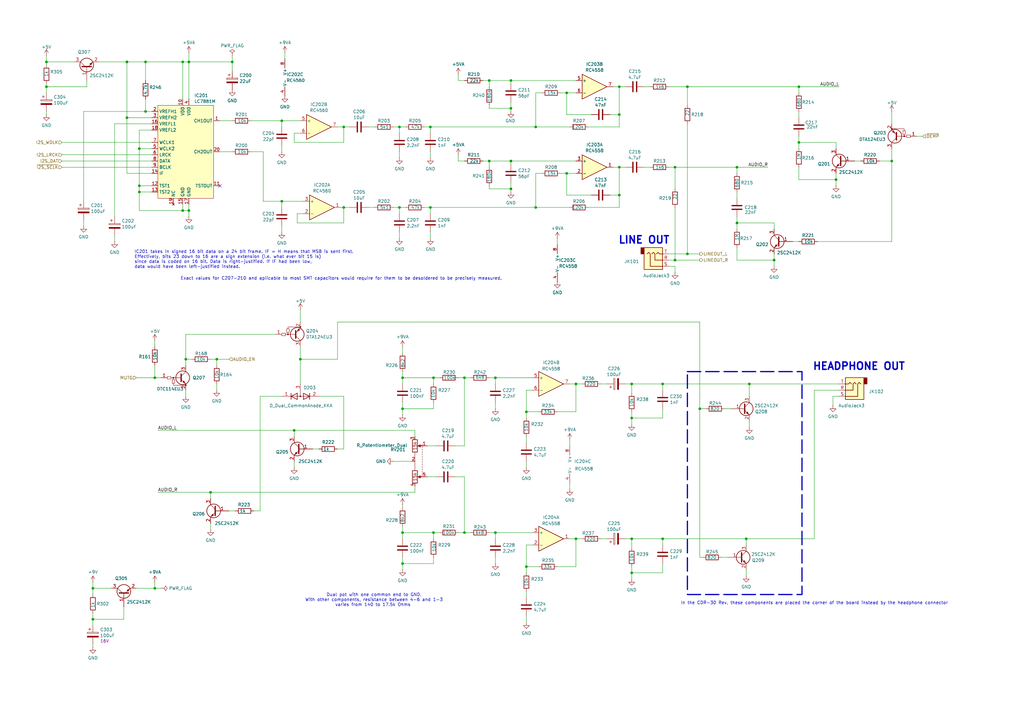
<source format=kicad_sch>
(kicad_sch (version 20231120) (generator "eeschema") (generator_version "8.0")
  (paper "A3")
  (title_block (title "PC-Engine CDR-30A (CD-ROM2) MAIN PWR Reproduction") (date "2025-02-23") (rev "0.1") (company "Author: Regis Galland"))
  (junction (at 259.08 157.48))
  (junction (at 200.66 66.04))
  (junction (at 271.78 157.48))
  (junction (at 302.26 91.44))
  (junction (at 209.55 77.47))
  (junction (at 259.08 234.95))
  (junction (at 123.19 147.32))
  (junction (at 259.08 220.98))
  (junction (at 219.71 85.09))
  (junction (at 232.41 71.12))
  (junction (at 177.8 218.44))
  (junction (at 307.34 157.48))
  (junction (at 165.1 154.94))
  (junction (at 63.5 241.3))
  (junction (at 365.76 66.04))
  (junction (at 302.26 68.58))
  (junction (at 74.93 86.36))
  (junction (at 232.41 38.1))
  (junction (at 38.1 254))
  (junction (at 276.86 68.58))
  (junction (at 57.15 78.74))
  (junction (at 57.15 60.96))
  (junction (at 176.53 85.09))
  (junction (at 176.53 52.07))
  (junction (at 209.55 44.45))
  (junction (at 52.07 48.26))
  (junction (at 38.1 241.3))
  (junction (at 254 46.99))
  (junction (at 306.07 220.98))
  (junction (at 140.97 52.07))
  (junction (at 115.57 82.55))
  (junction (at 63.5 154.94))
  (junction (at 342.9 73.66))
  (junction (at 74.93 25.4))
  (junction (at 19.05 35.56))
  (junction (at 209.55 33.02))
  (junction (at 165.1 218.44))
  (junction (at 209.55 66.04))
  (junction (at 165.1 167.64))
  (junction (at 163.83 85.09))
  (junction (at 281.94 104.14))
  (junction (at 52.07 25.4))
  (junction (at 95.25 25.4))
  (junction (at 120.65 176.53))
  (junction (at 165.1 231.14))
  (junction (at 140.97 85.09))
  (junction (at 317.5 106.68))
  (junction (at 19.05 25.4))
  (junction (at 281.94 35.56))
  (junction (at 177.8 154.94))
  (junction (at 200.66 33.02))
  (junction (at 86.36 201.93))
  (junction (at 77.47 86.36))
  (junction (at 59.69 25.4))
  (junction (at 77.47 25.4))
  (junction (at 254 68.58))
  (junction (at 190.5 218.44))
  (junction (at 57.15 76.2))
  (junction (at 327.66 35.56))
  (junction (at 236.22 220.98))
  (junction (at 254 35.56))
  (junction (at 254 80.01))
  (junction (at 215.9 232.41))
  (junction (at 203.2 154.94))
  (junction (at 203.2 218.44))
  (junction (at 163.83 52.07))
  (junction (at 215.9 168.91))
  (junction (at 287.02 167.64))
  (junction (at 259.08 171.45))
  (junction (at 271.78 220.98))
  (junction (at 59.69 45.72))
  (junction (at 190.5 154.94))
  (junction (at 115.57 49.53))
  (junction (at 219.71 52.07))
  (junction (at 327.66 58.42))
  (junction (at 276.86 106.68))
  (junction (at 76.2 147.32))
  (junction (at 88.9 147.32))
  (junction (at 236.22 157.48))
  (no_connect (at 90.17 76.2))
  (wire (pts (xy 236.22 220.98) (xy 238.76 220.98)))
  (wire (pts (xy 86.36 214.63) (xy 86.36 217.17)))
  (wire (pts (xy 209.55 67.31) (xy 209.55 66.04)))
  (wire (pts (xy 161.29 85.09) (xy 163.83 85.09)))
  (wire (pts (xy 254 68.58) (xy 251.46 68.58)))
  (wire (pts (xy 186.69 182.88) (xy 190.5 182.88)))
  (wire (pts (xy 307.34 157.48) (xy 344.17 157.48)))
  (wire (pts (xy 40.64 25.4) (xy 52.07 25.4)))
  (wire (pts (xy 63.5 149.86) (xy 63.5 154.94)))
  (wire (pts (xy 228.6 168.91) (xy 236.22 168.91)))
  (wire (pts (xy 46.99 96.52) (xy 46.99 99.06)))
  (wire (pts (xy 163.83 54.61) (xy 163.83 52.07)))
  (wire (pts (xy 50.8 248.92) (xy 50.8 254)))
  (wire (pts (xy 140.97 85.09) (xy 143.51 85.09)))
  (wire (pts (xy 143.51 52.07) (xy 140.97 52.07)))
  (wire (pts (xy 215.9 232.41) (xy 215.9 234.95)))
  (wire (pts (xy 170.18 199.39) (xy 170.18 201.93)))
  (wire (pts (xy 177.8 167.64) (xy 165.1 167.64)))
  (wire (pts (xy 77.47 25.4) (xy 74.93 25.4)))
  (wire (pts (xy 77.47 21.59) (xy 77.47 25.4)))
  (wire (pts (xy 104.14 209.55) (xy 106.68 209.55)))
  (wire (pts (xy 177.8 231.14) (xy 177.8 228.6)))
  (wire (pts (xy 177.8 167.64) (xy 177.8 165.1)))
  (wire (pts (xy 38.1 241.3) (xy 45.72 241.3)))
  (wire (pts (xy 215.9 189.23) (xy 215.9 191.77)))
  (wire (pts (xy 215.9 168.91) (xy 215.9 160.02)))
  (wire (pts (xy 302.26 91.44) (xy 302.26 93.98)))
  (wire (pts (xy 165.1 207.01) (xy 165.1 208.28)))
  (wire (pts (xy 165.1 154.94) (xy 165.1 157.48)))
  (wire (pts (xy 254 35.56) (xy 254 46.99)))
  (wire (pts (xy 59.69 25.4) (xy 59.69 33.02)))
  (wire (pts (xy 19.05 22.86) (xy 19.05 25.4)))
  (wire (pts (xy 102.87 49.53) (xy 115.57 49.53)))
  (wire (pts (xy 219.71 38.1) (xy 222.25 38.1)))
  (wire (pts (xy 163.83 95.25) (xy 163.83 97.79)))
  (wire (pts (xy 95.25 29.21) (xy 95.25 25.4)))
  (wire (pts (xy 209.55 41.91) (xy 209.55 44.45)))
  (wire (pts (xy 163.83 87.63) (xy 163.83 85.09)))
  (wire (pts (xy 106.68 162.56) (xy 106.68 209.55)))
  (wire (pts (xy 307.34 157.48) (xy 307.34 162.56)))
  (wire (pts (xy 306.07 220.98) (xy 306.07 223.52)))
  (wire (pts (xy 302.26 106.68) (xy 302.26 101.6)))
  (wire (pts (xy 88.9 147.32) (xy 86.36 147.32)))
  (wire (pts (xy 271.78 167.64) (xy 271.78 171.45)))
  (wire (pts (xy 52.07 48.26) (xy 52.07 25.4)))
  (wire (pts (xy 77.47 40.64) (xy 77.47 25.4)))
  (wire (pts (xy 177.8 218.44) (xy 180.34 218.44)))
  (wire (pts (xy 138.43 147.32) (xy 138.43 132.08)))
  (wire (pts (xy 200.66 44.45) (xy 200.66 43.18)))
  (wire (pts (xy 66.04 154.94) (xy 63.5 154.94)))
  (wire (pts (xy 215.9 232.41) (xy 220.98 232.41)))
  (wire (pts (xy 95.25 49.53) (xy 90.17 49.53)))
  (wire (pts (xy 187.96 33.02) (xy 190.5 33.02)))
  (wire (pts (xy 233.68 220.98) (xy 236.22 220.98)))
  (wire (pts (xy 163.83 62.23) (xy 163.83 64.77)))
  (wire (pts (xy 186.69 195.58) (xy 190.5 195.58)))
  (wire (pts (xy 77.47 86.36) (xy 77.47 88.9)))
  (wire (pts (xy 259.08 157.48) (xy 259.08 161.29)))
  (wire (pts (xy 176.53 62.23) (xy 176.53 64.77)))
  (wire (pts (xy 317.5 93.98) (xy 317.5 91.44)))
  (wire (pts (xy 209.55 34.29) (xy 209.55 33.02)))
  (wire (pts (xy 325.12 99.06) (xy 327.66 99.06)))
  (wire (pts (xy 187.96 30.48) (xy 187.96 33.02)))
  (wire (pts (xy 130.81 162.56) (xy 140.97 162.56)))
  (wire (pts (xy 165.1 165.1) (xy 165.1 167.64)))
  (wire (pts (xy 342.9 58.42) (xy 327.66 58.42)))
  (wire (pts (xy 342.9 60.96) (xy 342.9 58.42)))
  (wire (pts (xy 88.9 160.02) (xy 88.9 157.48)))
  (wire (pts (xy 74.93 86.36) (xy 77.47 86.36)))
  (wire (pts (xy 165.1 152.4) (xy 165.1 154.94)))
  (wire (pts (xy 57.15 60.96) (xy 62.23 60.96)))
  (wire (pts (xy 200.66 33.02) (xy 200.66 35.56)))
  (wire (pts (xy 306.07 220.98) (xy 334.01 220.98)))
  (wire (pts (xy 74.93 83.82) (xy 74.93 86.36)))
  (wire (pts (xy 128.27 184.15) (xy 130.81 184.15)))
  (wire (pts (xy 120.65 179.07) (xy 120.65 176.53)))
  (wire (pts (xy 256.54 68.58) (xy 254 68.58)))
  (wire (pts (xy 218.44 218.44) (xy 203.2 218.44)))
  (wire (pts (xy 276.86 68.58) (xy 276.86 77.47)))
  (wire (pts (xy 306.07 236.22) (xy 306.07 233.68)))
  (wire (pts (xy 140.97 85.09) (xy 139.7 85.09)))
  (wire (pts (xy 317.5 104.14) (xy 317.5 106.68)))
  (wire (pts (xy 341.63 162.56) (xy 344.17 162.56)))
  (wire (pts (xy 140.97 184.15) (xy 138.43 184.15)))
  (wire (pts (xy 259.08 157.48) (xy 271.78 157.48)))
  (wire (pts (xy 219.71 71.12) (xy 222.25 71.12)))
  (wire (pts (xy 38.1 264.16) (xy 38.1 265.43)))
  (wire (pts (xy 38.1 241.3) (xy 38.1 243.84)))
  (wire (pts (xy 166.37 85.09) (xy 163.83 85.09)))
  (wire (pts (xy 232.41 71.12) (xy 236.22 71.12)))
  (wire (pts (xy 232.41 46.99) (xy 232.41 38.1)))
  (wire (pts (xy 153.67 52.07) (xy 151.13 52.07)))
  (wire (pts (xy 276.86 106.68) (xy 274.32 106.68)))
  (wire (pts (xy 115.57 49.53) (xy 123.19 49.53)))
  (wire (pts (xy 241.3 85.09) (xy 254 85.09)))
  (wire (pts (xy 334.01 220.98) (xy 334.01 160.02)))
  (wire (pts (xy 62.23 50.8) (xy 46.99 50.8)))
  (wire (pts (xy 138.43 132.08) (xy 287.02 132.08)))
  (wire (pts (xy 55.88 241.3) (xy 63.5 241.3)))
  (wire (pts (xy 200.66 66.04) (xy 209.55 66.04)))
  (wire (pts (xy 274.32 104.14) (xy 281.94 104.14)))
  (wire (pts (xy 57.15 78.74) (xy 57.15 86.36)))
  (wire (pts (xy 219.71 85.09) (xy 219.71 71.12)))
  (wire (pts (xy 107.95 62.23) (xy 107.95 82.55)))
  (wire (pts (xy 25.4 66.04) (xy 62.23 66.04)))
  (wire (pts (xy 200.66 154.94) (xy 203.2 154.94)))
  (wire (pts (xy 215.9 179.07) (xy 215.9 181.61)))
  (wire (pts (xy 187.96 63.5) (xy 187.96 66.04)))
  (wire (pts (xy 165.1 142.24) (xy 165.1 144.78)))
  (wire (pts (xy 52.07 71.12) (xy 52.07 48.26)))
  (wire (pts (xy 266.7 68.58) (xy 264.16 68.58)))
  (wire (pts (xy 176.53 87.63) (xy 176.53 85.09)))
  (wire (pts (xy 123.19 147.32) (xy 138.43 147.32)))
  (wire (pts (xy 233.68 198.12) (xy 233.68 200.66)))
  (wire (pts (xy 317.5 106.68) (xy 317.5 109.22)))
  (wire (pts (xy 165.1 220.98) (xy 165.1 218.44)))
  (wire (pts (xy 281.94 35.56) (xy 281.94 43.18)))
  (wire (pts (xy 341.63 166.37) (xy 341.63 162.56)))
  (wire (pts (xy 165.1 228.6) (xy 165.1 231.14)))
  (wire (pts (xy 153.67 85.09) (xy 151.13 85.09)))
  (wire (pts (xy 259.08 237.49) (xy 259.08 234.95)))
  (wire (pts (xy 215.9 252.73) (xy 215.9 255.27)))
  (wire (pts (xy 259.08 220.98) (xy 259.08 224.79)))
  (wire (pts (xy 256.54 35.56) (xy 254 35.56)))
  (wire (pts (xy 123.19 147.32) (xy 123.19 157.48)))
  (wire (pts (xy 219.71 85.09) (xy 233.68 85.09)))
  (wire (pts (xy 123.19 54.61) (xy 120.65 54.61)))
  (wire (pts (xy 299.72 167.64) (xy 297.18 167.64)))
  (wire (pts (xy 307.34 175.26) (xy 307.34 172.72)))
  (wire (pts (xy 327.66 73.66) (xy 327.66 68.58)))
  (wire (pts (xy 38.1 238.76) (xy 38.1 241.3)))
  (wire (pts (xy 209.55 44.45) (xy 200.66 44.45)))
  (wire (pts (xy 215.9 242.57) (xy 215.9 245.11)))
  (wire (pts (xy 209.55 74.93) (xy 209.55 77.47)))
  (wire (pts (xy 95.25 22.86) (xy 95.25 25.4)))
  (wire (pts (xy 176.53 54.61) (xy 176.53 52.07)))
  (wire (pts (xy 76.2 162.56) (xy 76.2 160.02)))
  (wire (pts (xy 365.76 66.04) (xy 360.68 66.04)))
  (wire (pts (xy 25.4 68.58) (xy 62.23 68.58)))
  (wire (pts (xy 187.96 218.44) (xy 190.5 218.44)))
  (wire (pts (xy 276.86 109.22) (xy 274.32 109.22)))
  (wire (pts (xy 274.32 35.56) (xy 281.94 35.56)))
  (wire (pts (xy 190.5 66.04) (xy 187.96 66.04)))
  (wire (pts (xy 74.93 40.64) (xy 74.93 25.4)))
  (wire (pts (xy 35.56 35.56) (xy 19.05 35.56)))
  (wire (pts (xy 34.29 90.17) (xy 34.29 92.71)))
  (wire (pts (xy 63.5 238.76) (xy 63.5 241.3)))
  (wire (pts (xy 209.55 77.47) (xy 200.66 77.47)))
  (wire (pts (xy 140.97 58.42) (xy 140.97 52.07)))
  (wire (pts (xy 64.77 176.53) (xy 120.65 176.53)))
  (wire (pts (xy 215.9 171.45) (xy 215.9 168.91)))
  (wire (pts (xy 62.23 48.26) (xy 52.07 48.26)))
  (wire (pts (xy 165.1 231.14) (xy 165.1 233.68)))
  (wire (pts (xy 50.8 254) (xy 38.1 254)))
  (wire (pts (xy 62.23 45.72) (xy 59.69 45.72)))
  (wire (pts (xy 88.9 149.86) (xy 88.9 147.32)))
  (wire (pts (xy 115.57 59.69) (xy 115.57 62.23)))
  (wire (pts (xy 166.37 52.07) (xy 163.83 52.07)))
  (wire (pts (xy 232.41 80.01) (xy 232.41 71.12)))
  (wire (pts (xy 63.5 154.94) (xy 55.88 154.94)))
  (wire (pts (xy 19.05 26.67) (xy 19.05 25.4)))
  (wire (pts (xy 64.77 201.93) (xy 86.36 201.93)))
  (wire (pts (xy 173.99 52.07) (xy 176.53 52.07)))
  (wire (pts (xy 209.55 44.45) (xy 209.55 45.72)))
  (wire (pts (xy 219.71 52.07) (xy 233.68 52.07)))
  (wire (pts (xy 200.66 33.02) (xy 209.55 33.02)))
  (wire (pts (xy 35.56 33.02) (xy 35.56 35.56)))
  (wire (pts (xy 123.19 142.24) (xy 123.19 147.32)))
  (wire (pts (xy 236.22 157.48) (xy 238.76 157.48)))
  (wire (pts (xy 19.05 35.56) (xy 19.05 38.1)))
  (wire (pts (xy 76.2 147.32) (xy 78.74 147.32)))
  (wire (pts (xy 76.2 137.16) (xy 76.2 147.32)))
  (wire (pts (xy 302.26 88.9) (xy 302.26 91.44)))
  (wire (pts (xy 57.15 53.34) (xy 57.15 60.96)))
  (wire (pts (xy 276.86 111.76) (xy 276.86 109.22)))
  (wire (pts (xy 254 35.56) (xy 251.46 35.56)))
  (wire (pts (xy 19.05 35.56) (xy 19.05 34.29)))
  (wire (pts (xy 57.15 86.36) (xy 74.93 86.36)))
  (wire (pts (xy 327.66 35.56) (xy 344.17 35.56)))
  (wire (pts (xy 93.98 147.32) (xy 88.9 147.32)))
  (wire (pts (xy 62.23 53.34) (xy 57.15 53.34)))
  (wire (pts (xy 121.92 91.44) (xy 140.97 91.44)))
  (wire (pts (xy 161.29 52.07) (xy 163.83 52.07)))
  (wire (pts (xy 19.05 25.4) (xy 30.48 25.4)))
  (wire (pts (xy 177.8 220.98) (xy 177.8 218.44)))
  (wire (pts (xy 190.5 154.94) (xy 190.5 182.88)))
  (wire (pts (xy 121.92 87.63) (xy 121.92 91.44)))
  (wire (pts (xy 203.2 228.6) (xy 203.2 231.14)))
  (wire (pts (xy 200.66 218.44) (xy 203.2 218.44)))
  (wire (pts (xy 327.66 35.56) (xy 327.66 38.1)))
  (wire (pts (xy 177.8 157.48) (xy 177.8 154.94)))
  (wire (pts (xy 375.92 55.88) (xy 378.46 55.88)))
  (wire (pts (xy 203.2 154.94) (xy 203.2 157.48)))
  (wire (pts (xy 246.38 157.48) (xy 248.92 157.48)))
  (wire (pts (xy 38.1 254) (xy 38.1 256.54)))
  (wire (pts (xy 353.06 66.04) (xy 350.52 66.04)))
  (wire (pts (xy 317.5 106.68) (xy 302.26 106.68)))
  (wire (pts (xy 302.26 71.12) (xy 302.26 68.58)))
  (wire (pts (xy 228.6 97.79) (xy 228.6 100.33)))
  (wire (pts (xy 287.02 167.64) (xy 289.56 167.64)))
  (wire (pts (xy 124.46 87.63) (xy 121.92 87.63)))
  (wire (pts (xy 276.86 106.68) (xy 276.86 85.09)))
  (wire (pts (xy 165.1 215.9) (xy 165.1 218.44)))
  (wire (pts (xy 120.65 58.42) (xy 140.97 58.42)))
  (wire (pts (xy 229.87 71.12) (xy 232.41 71.12)))
  (wire (pts (xy 327.66 58.42) (xy 327.66 55.88)))
  (wire (pts (xy 74.93 25.4) (xy 59.69 25.4)))
  (wire (pts (xy 170.18 179.07) (xy 170.18 176.53)))
  (wire (pts (xy 46.99 50.8) (xy 46.99 88.9)))
  (wire (pts (xy 259.08 173.99) (xy 259.08 171.45)))
  (wire (pts (xy 288.29 228.6) (xy 287.02 228.6)))
  (wire (pts (xy 187.96 154.94) (xy 190.5 154.94)))
  (wire (pts (xy 271.78 220.98) (xy 306.07 220.98)))
  (wire (pts (xy 250.19 46.99) (xy 254 46.99)))
  (wire (pts (xy 246.38 220.98) (xy 248.92 220.98)))
  (wire (pts (xy 25.4 58.42) (xy 62.23 58.42)))
  (wire (pts (xy 115.57 49.53) (xy 115.57 52.07)))
  (wire (pts (xy 190.5 218.44) (xy 193.04 218.44)))
  (wire (pts (xy 175.26 182.88) (xy 179.07 182.88)))
  (wire (pts (xy 86.36 201.93) (xy 86.36 204.47)))
  (wire (pts (xy 287.02 106.68) (xy 276.86 106.68)))
  (wire (pts (xy 365.76 60.96) (xy 365.76 66.04)))
  (wire (pts (xy 63.5 241.3) (xy 66.04 241.3)))
  (wire (pts (xy 34.29 45.72) (xy 59.69 45.72)))
  (wire (pts (xy 232.41 38.1) (xy 236.22 38.1)))
  (wire (pts (xy 190.5 154.94) (xy 193.04 154.94)))
  (wire (pts (xy 334.01 160.02) (xy 344.17 160.02)))
  (wire (pts (xy 106.68 162.56) (xy 115.57 162.56)))
  (wire (pts (xy 242.57 46.99) (xy 232.41 46.99)))
  (wire (pts (xy 198.12 33.02) (xy 200.66 33.02)))
  (wire (pts (xy 57.15 78.74) (xy 62.23 78.74)))
  (wire (pts (xy 59.69 40.64) (xy 59.69 45.72)))
  (wire (pts (xy 233.68 180.34) (xy 233.68 182.88)))
  (wire (pts (xy 342.9 71.12) (xy 342.9 73.66)))
  (wire (pts (xy 209.55 77.47) (xy 209.55 78.74)))
  (wire (pts (xy 34.29 45.72) (xy 34.29 82.55)))
  (wire (pts (xy 254 68.58) (xy 254 80.01)))
  (wire (pts (xy 140.97 85.09) (xy 140.97 91.44)))
  (wire (pts (xy 63.5 139.7) (xy 63.5 142.24)))
  (wire (pts (xy 62.23 76.2) (xy 57.15 76.2)))
  (wire (pts (xy 242.57 80.01) (xy 232.41 80.01)))
  (wire (pts (xy 365.76 66.04) (xy 365.76 99.06)))
  (wire (pts (xy 271.78 160.02) (xy 271.78 157.48)))
  (wire (pts (xy 228.6 232.41) (xy 236.22 232.41)))
  (wire (pts (xy 95.25 25.4) (xy 77.47 25.4)))
  (wire (pts (xy 335.28 99.06) (xy 365.76 99.06)))
  (wire (pts (xy 86.36 201.93) (xy 170.18 201.93)))
  (wire (pts (xy 233.68 157.48) (xy 236.22 157.48)))
  (wire (pts (xy 57.15 76.2) (xy 57.15 78.74)))
  (wire (pts (xy 327.66 45.72) (xy 327.66 48.26)))
  (wire (pts (xy 115.57 82.55) (xy 124.46 82.55)))
  (wire (pts (xy 254 46.99) (xy 254 52.07)))
  (wire (pts (xy 314.96 68.58) (xy 302.26 68.58)))
  (wire (pts (xy 19.05 45.72) (xy 19.05 46.99)))
  (wire (pts (xy 219.71 38.1) (xy 219.71 52.07)))
  (wire (pts (xy 200.66 66.04) (xy 200.66 68.58)))
  (wire (pts (xy 165.1 170.18) (xy 165.1 167.64)))
  (wire (pts (xy 200.66 77.47) (xy 200.66 76.2)))
  (wire (pts (xy 62.23 71.12) (xy 52.07 71.12)))
  (wire (pts (xy 95.25 62.23) (xy 90.17 62.23)))
  (wire (pts (xy 209.55 33.02) (xy 236.22 33.02)))
  (wire (pts (xy 215.9 223.52) (xy 218.44 223.52)))
  (wire (pts (xy 177.8 154.94) (xy 180.34 154.94)))
  (wire (pts (xy 52.07 25.4) (xy 59.69 25.4)))
  (wire (pts (xy 120.65 189.23) (xy 120.65 191.77)))
  (wire (pts (xy 302.26 78.74) (xy 302.26 81.28)))
  (wire (pts (xy 215.9 160.02) (xy 218.44 160.02)))
  (wire (pts (xy 218.44 154.94) (xy 203.2 154.94)))
  (wire (pts (xy 287.02 132.08) (xy 287.02 167.64)))
  (wire (pts (xy 271.78 223.52) (xy 271.78 220.98)))
  (wire (pts (xy 161.29 189.23) (xy 168.91 189.23)))
  (wire (pts (xy 287.02 104.14) (xy 281.94 104.14)))
  (wire (pts (xy 176.53 52.07) (xy 219.71 52.07)))
  (wire (pts (xy 203.2 218.44) (xy 203.2 220.98)))
  (wire (pts (xy 120.65 176.53) (xy 170.18 176.53)))
  (wire (pts (xy 317.5 91.44) (xy 302.26 91.44)))
  (wire (pts (xy 287.02 228.6) (xy 287.02 167.64)))
  (wire (pts (xy 209.55 66.04) (xy 236.22 66.04)))
  (wire (pts (xy 271.78 171.45) (xy 259.08 171.45)))
  (wire (pts (xy 281.94 104.14) (xy 281.94 50.8)))
  (wire (pts (xy 271.78 231.14) (xy 271.78 234.95)))
  (wire (pts (xy 120.65 54.61) (xy 120.65 58.42)))
  (wire (pts (xy 259.08 171.45) (xy 259.08 168.91)))
  (wire (pts (xy 198.12 66.04) (xy 200.66 66.04)))
  (wire (pts (xy 215.9 223.52) (xy 215.9 232.41)))
  (wire (pts (xy 190.5 195.58) (xy 190.5 218.44)))
  (wire (pts (xy 113.03 137.16) (xy 76.2 137.16)))
  (wire (pts (xy 175.26 195.58) (xy 179.07 195.58)))
  (wire (pts (xy 298.45 228.6) (xy 295.91 228.6)))
  (wire (pts (xy 256.54 220.98) (xy 259.08 220.98)))
  (wire (pts (xy 256.54 157.48) (xy 259.08 157.48)))
  (wire (pts (xy 25.4 63.5) (xy 62.23 63.5)))
  (wire (pts (xy 165.1 154.94) (xy 177.8 154.94)))
  (wire (pts (xy 115.57 85.09) (xy 115.57 82.55)))
  (wire (pts (xy 116.84 21.59) (xy 116.84 24.13)))
  (wire (pts (xy 140.97 162.56) (xy 140.97 184.15)))
  (wire (pts (xy 327.66 58.42) (xy 327.66 60.96)))
  (wire (pts (xy 176.53 85.09) (xy 219.71 85.09)))
  (wire (pts (xy 77.47 83.82) (xy 77.47 86.36)))
  (wire (pts (xy 266.7 35.56) (xy 264.16 35.56)))
  (wire (pts (xy 140.97 52.07) (xy 138.43 52.07)))
  (wire (pts (xy 254 80.01) (xy 254 85.09)))
  (wire (pts (xy 123.19 127) (xy 123.19 132.08)))
  (wire (pts (xy 342.9 76.2) (xy 342.9 73.66)))
  (wire (pts (xy 76.2 147.32) (xy 76.2 149.86)))
  (wire (pts (xy 271.78 157.48) (xy 307.34 157.48)))
  (wire (pts (xy 165.1 218.44) (xy 177.8 218.44)))
  (wire (pts (xy 215.9 168.91) (xy 220.98 168.91)))
  (wire (pts (xy 250.19 80.01) (xy 254 80.01)))
  (wire (pts (xy 259.08 234.95) (xy 259.08 232.41)))
  (wire (pts (xy 203.2 165.1) (xy 203.2 167.64)))
  (wire (pts (xy 259.08 220.98) (xy 271.78 220.98)))
  (wire (pts (xy 342.9 73.66) (xy 327.66 73.66)))
  (wire (pts (xy 276.86 68.58) (xy 302.26 68.58)))
  (wire (pts (xy 236.22 157.48) (xy 236.22 168.91)))
  (wire (pts (xy 229.87 38.1) (xy 232.41 38.1)))
  (wire (pts (xy 93.98 209.55) (xy 96.52 209.55)))
  (wire (pts (xy 173.99 85.09) (xy 176.53 85.09)))
  (wire (pts (xy 274.32 68.58) (xy 276.86 68.58)))
  (wire (pts (xy 107.95 62.23) (xy 102.87 62.23)))
  (wire (pts (xy 365.76 45.72) (xy 365.76 50.8)))
  (wire (pts (xy 57.15 60.96) (xy 57.15 76.2)))
  (wire (pts (xy 165.1 231.14) (xy 177.8 231.14)))
  (wire (pts (xy 115.57 92.71) (xy 115.57 95.25)))
  (wire (pts (xy 107.95 82.55) (xy 115.57 82.55)))
  (wire (pts (xy 271.78 234.95) (xy 259.08 234.95)))
  (wire (pts (xy 176.53 95.25) (xy 176.53 97.79)))
  (wire (pts (xy 241.3 52.07) (xy 254 52.07)))
  (wire (pts (xy 38.1 254) (xy 38.1 251.46)))
  (wire (pts (xy 236.22 220.98) (xy 236.22 232.41)))
  (wire (pts (xy 281.94 35.56) (xy 327.66 35.56)))
  (rectangle (start 281.94 152.4) (end 328.93 243.84) (stroke (width 0.5) (type dash)))
  (text "In the CDR-30 Rev, these components are placed the corner of the board instead by the headphone connector" (at 334.01 247.396 0) (effects (font (size 1.27 1.27))))
  (text "IC201 takes in signed 16 bit data on a 24 bit frame. IF = H means that MSB is sent first.\nEffectively, bits 23 down to 16 are a sign extension (i.e. what ever bit 15 is) \nsince data is coded on 16 bit. Data is right-justified. If IF had been low,\ndata would have been left-justified instead." (at 55.118 106.426 0) (effects (font (size 1.27 1.27)) (justify left)))
  (text "LINE OUT" (at 264.16 98.552 0) (effects (font (size 3 3) (thickness 0.6) (bold yes))))
  (text "HEADPHONE OUT" (at 352.298 150.368 0) (effects (font (size 3 3) (thickness 0.6) (bold yes))))
  (text "Exact values for C207-210 and aplicable to most SMT capacitors would require for them to be desoldered to be precisely measured." (at 139.954 114.3 0) (effects (font (size 1.27 1.27))))
  (text "Dual pot with one common end to GND.\nWith other components, resistance between 4-6 and 1-3\nvaries from 140 to 17.5k Ohms " (at 153.416 246.126 0) (effects (font (size 1.27 1.27))))
  (label "AUDIO_R" (at 314.96 68.58 180))
  (label "AUDIO_L" (at 64.77 176.53 0))
  (label "AUDIO_R" (at 64.77 201.93 0))
  (label "AUDIO_L" (at 344.17 35.56 180))
  (hierarchical_label "LINEOUT_L" (shape output) (at 287.02 104.14 0))
  (hierarchical_label "AUDIO_EN" (shape input) (at 93.98 147.32 0))
  (hierarchical_label "LINEOUT_R" (shape output) (at 287.02 106.68 0))
  (hierarchical_label "MUTG" (shape input) (at 55.88 154.94 180))
  (hierarchical_label "I2S_DAT" (shape input) (at 25.4 66.04 180))
  (hierarchical_label "~{DEMP}" (shape input) (at 378.46 55.88 0))
  (hierarchical_label "I2S_LRCK" (shape input) (at 25.4 63.5 180))
  (hierarchical_label "~{I2S_SCLK}" (shape input) (at 25.4 68.58 180))
  (hierarchical_label "I2S_WDLK" (shape input) (at 25.4 58.42 180))
  (symbol (lib_id "power:GND") (at 76.2 162.56 0) (mirror y) (unit 1)
    (property "Reference" "#PWR017" (effects (hide yes)))
    (property "Value" "GND" (at 76.2 167.0034 0))
    (property "Description" "Power symbol creates a global label with name \"GND\" , ground" (effects (hide yes)))
  )
  (symbol (lib_id "Device:C") (at 115.57 88.9 0) (mirror x) (unit 1)
    (property "Reference" "C203" (at 112.649 87.6878 0) (effects (justify right)))
    (property "Value" "22pF" (at 112.649 90.1121 0) (effects (justify right)))
    (property "Footprint" "Capacitor_SMD:C_0603_1608Metric" (effects (hide yes)))
  )
  (symbol (lib_id "power:GND") (at 176.53 64.77 0) (unit 1)
    (property "Reference" "#PWR024" (effects (hide yes)))
    (property "Value" "GND" (at 176.53 69.2134 0))
    (property "Description" "Power symbol creates a global label with name \"GND\" , ground" (effects (hide yes)))
  )
  (symbol (lib_id "power:GND") (at 203.2 231.14 0) (unit 1)
    (property "Reference" "#PWR048" (effects (hide yes)))
    (property "Value" "GND" (at 203.2 235.5834 0))
    (property "Description" "Power symbol creates a global label with name \"GND\" , ground" (effects (hide yes)))
  )
  (symbol (lib_id "Device:C_Polarized") (at 95.25 33.02 0) (unit 1)
    (property "Reference" "C200" (at 98.171 30.9188 0) (effects (justify left)))
    (property "Value" "22uF" (at 98.171 33.3431 0) (effects (justify left)))
    (property "Footprint" "Capacitor_SMD:CP_Elec_4x5.4" (effects (hide yes)))
    (property "Description" "Polarized capacitor" (effects (hide yes)))
  )
  (symbol (lib_id "Device:R") (at 100.33 209.55 90) (unit 1)
    (property "Reference" "R223" (at 97.536 207.01 90) (effects (justify right)))
    (property "Value" "1k" (at 98.298 209.55 90) (effects (justify right)))
    (property "Footprint" "Resistor_SMD:R_0603_1608Metric" (effects (hide yes)))
  )
  (symbol (lib_id "Device:R") (at 59.69 36.83 0) (mirror x) (unit 1)
    (property "Reference" "R246" (at 66.294 35.814 0) (effects (justify right)))
    (property "Value" "4.7k" (at 59.69 38.862 90) (effects (justify right)))
    (property "Footprint" "Resistor_SMD:R_0603_1608Metric" (effects (hide yes)))
  )
  (symbol (lib_id "Device:R") (at 224.79 232.41 270) (mirror x) (unit 1)
    (property "Reference" "R235" (at 227.33 229.87 90) (effects (justify right)))
    (property "Value" "33k" (at 226.568 232.41 90) (effects (justify right)))
    (property "Footprint" "Resistor_SMD:R_0603_1608Metric" (effects (hide yes)))
  )
  (symbol (lib_id "Device:C") (at 182.88 195.58 270) (mirror x) (unit 1)
    (property "Reference" "C220" (at 183.769 189.2765 90))
    (property "Value" "4.7uF" (at 183.769 191.7008 90))
    (property "Footprint" "Capacitor_SMD:C_0805_2012Metric" (effects (hide yes)))
    (property "Description" "Unpolarized capacitor" (effects (hide yes)))
  )
  (symbol (lib_id "PC-Engine_CDR-30:R_Potentiometer_Dual") (at 172.72 189.23 270) (mirror x) (unit 1)
    (property "Reference" "RV201" (at 166.37 184.404 90) (effects (justify right)))
    (property "Value" "R_Potentiometer_Dual" (at 167.132 182.626 90) (effects (justify right)))
    (property "Footprint" "PC-Engine_CDR-30A:Potentiometer_Double_Horizontal_Common" (effects (hide yes)))
    (property "Description" "Dual potentiometer" (effects (hide yes)))
  )
  (symbol (lib_id "power:GND") (at 215.9 255.27 0) (unit 1)
    (property "Reference" "#PWR052" (effects (hide yes)))
    (property "Value" "GND" (at 215.9 259.7134 0))
    (property "Description" "Power symbol creates a global label with name \"GND\" , ground" (effects (hide yes)))
  )
  (symbol (lib_id "Device:R") (at 276.86 81.28 0) (mirror y) (unit 1)
    (property "Reference" "R219" (at 270.256 81.28 0) (effects (justify right)))
    (property "Value" "22" (at 276.86 79.248 90) (effects (justify right)))
    (property "Footprint" "Resistor_SMD:R_0603_1608Metric" (effects (hide yes)))
  )
  (symbol (lib_id "Device:R") (at 177.8 224.79 0) (mirror x) (unit 1)
    (property "Reference" "R229" (at 184.785 223.52 0) (effects (justify right)))
    (property "Value" "10k" (at 178.054 226.314 90) (effects (justify right)))
    (property "Footprint" "Resistor_SMD:R_0603_1608Metric" (effects (hide yes)))
  )
  (symbol (lib_id "Device:R") (at 356.87 66.04 270) (unit 1)
    (property "Reference" "R220" (at 359.41 63.5 90) (effects (justify right)))
    (property "Value" "10k" (at 358.902 66.04 90) (effects (justify right)))
    (property "Footprint" "Resistor_SMD:R_0603_1608Metric" (effects (hide yes)))
  )
  (symbol (lib_id "Device:C") (at 246.38 46.99 270) (unit 1)
    (property "Reference" "C214" (at 246.38 40.6865 90))
    (property "Value" "47nF" (at 246.38 43.1108 90))
    (property "Footprint" "Capacitor_SMD:C_0603_1608Metric" (effects (hide yes)))
  )
  (symbol (lib_id "Device:C") (at 115.57 55.88 0) (mirror x) (unit 1)
    (property "Reference" "C204" (at 112.649 54.6678 0) (effects (justify right)))
    (property "Value" "22pF" (at 112.649 57.0921 0) (effects (justify right)))
    (property "Footprint" "Capacitor_SMD:C_0603_1608Metric" (effects (hide yes)))
  )
  (symbol (lib_id "power:GND") (at 77.47 88.9 0) (unit 1)
    (property "Reference" "#PWR037" (effects (hide yes)))
    (property "Value" "GND" (at 77.47 93.3434 0))
    (property "Description" "Power symbol creates a global label with name \"GND\" , ground" (effects (hide yes)))
  )
  (symbol (lib_id "Amplifier_Operational:RC4560") (at 119.38 31.75 0) (unit 3)
    (property "Reference" "IC202" (at 117.475 30.5378 0) (effects (justify left)))
    (property "Value" "RC4560" (at 117.475 32.9621 0) (effects (justify left)))
    (property "Footprint" "Package_SO:SOIC-8_3.9x4.9mm_P1.27mm" (effects (hide yes)))
    (property "Datasheet" "http://www.ti.com/lit/ds/symlink/rc4560.pdf" (effects (hide yes)))
    (property "Description" "Dual Audio Operational Amplifier, DIP-8/SOIC-8/SSOP-8" (effects (hide yes)))
  )
  (symbol (lib_id "Device:R") (at 293.37 167.64 270) (mirror x) (unit 1)
    (property "Reference" "R244" (at 295.91 165.354 90) (effects (justify right)))
    (property "Value" "820" (at 295.148 167.64 90) (effects (justify right)))
    (property "Footprint" "Resistor_SMD:R_0603_1608Metric" (effects (hide yes)))
  )
  (symbol (lib_id "Amplifier_Operational:RC4558") (at 226.06 220.98 0) (unit 1)
    (property "Reference" "IC204" (at 226.06 212.2002 0))
    (property "Value" "RC4558" (at 226.06 214.7371 0))
    (property "Footprint" "Package_SO:SOIC-8_3.9x4.9mm_P1.27mm" (effects (hide yes)))
    (property "Datasheet" "http://www.ti.com/lit/ds/symlink/rc4558.pdf" (effects (hide yes)))
  )
  (symbol (lib_id "power:GND") (at 209.55 45.72 0) (unit 1)
    (property "Reference" "#PWR011" (effects (hide yes)))
    (property "Value" "GND" (at 209.296 49.53 0))
    (property "Description" "Power symbol creates a global label with name \"GND\" , ground" (effects (hide yes)))
  )
  (symbol (lib_id "Device:C") (at 176.53 91.44 180) (unit 1)
    (property "Reference" "C209" (at 179.451 90.2278 0) (effects (justify right)))
    (property "Value" "1nF" (at 179.451 92.6521 0) (effects (justify right)))
    (property "Footprint" "Capacitor_SMD:C_0603_1608Metric" (effects (hide yes)))
  )
  (symbol (lib_id "Device:C_Polarized") (at 34.29 86.36 0) (unit 1)
    (property "Reference" "C201" (at 37.211 84.2588 0) (effects (justify left)))
    (property "Value" "100uF" (at 37.211 86.6831 0) (effects (justify left)))
    (property "Footprint" "Capacitor_SMD:CP_Elec_5x5.4" (effects (hide yes)))
    (property "Description" "Polarized capacitor" (effects (hide yes)))
  )
  (symbol (lib_id "Device:C") (at 147.32 85.09 270) (unit 1)
    (property "Reference" "C205" (at 147.32 78.7865 90))
    (property "Value" "10uF" (at 147.32 81.2108 90))
    (property "Footprint" "Capacitor_SMD:C_1206_3216Metric" (effects (hide yes)))
  )
  (symbol (lib_id "Device:R") (at 194.31 66.04 270) (unit 1)
    (property "Reference" "R211" (at 196.85 63.5 90) (effects (justify right)))
    (property "Value" "22k" (at 196.342 66.04 90) (effects (justify right)))
    (property "Footprint" "Resistor_SMD:R_0603_1608Metric" (effects (hide yes)))
  )
  (symbol (lib_id "power:GND") (at 259.08 237.49 0) (unit 1)
    (property "Reference" "#PWR051" (effects (hide yes)))
    (property "Value" "GND" (at 259.08 241.9334 0))
    (property "Description" "Power symbol creates a global label with name \"GND\" , ground" (effects (hide yes)))
  )
  (symbol (lib_id "Device:R") (at 196.85 154.94 270) (mirror x) (unit 1)
    (property "Reference" "R242" (at 199.39 152.654 90) (effects (justify right)))
    (property "Value" "6k8" (at 198.755 154.686 90) (effects (justify right)))
    (property "Footprint" "Resistor_SMD:R_0603_1608Metric" (effects (hide yes)))
  )
  (symbol (lib_id "Device:R") (at 194.31 33.02 270) (unit 1)
    (property "Reference" "R210" (at 196.85 30.48 90) (effects (justify right)))
    (property "Value" "22k" (at 196.342 33.02 90) (effects (justify right)))
    (property "Footprint" "Resistor_SMD:R_0603_1608Metric" (effects (hide yes)))
  )
  (symbol (lib_id "power:+5V") (at 123.19 127 0) (mirror y) (unit 1)
    (property "Reference" "#PWR04" (effects (hide yes)))
    (property "Value" "+5V" (at 123.19 123.4242 0))
    (property "Description" "Power symbol creates a global label with name \"+5V\"" (effects (hide yes)))
  )
  (symbol (lib_id "power:GND") (at 19.05 46.99 0) (unit 1)
    (property "Reference" "#PWR025" (effects (hide yes)))
    (property "Value" "GND" (at 19.05 51.4334 0))
    (property "Description" "Power symbol creates a global label with name \"GND\" , ground" (effects (hide yes)))
  )
  (symbol (lib_id "PC-Engine_CDR-30:DTA124EU3") (at 121.92 137.16 0) (mirror x) (unit 1)
    (property "Reference" "Q204" (at 125.5013 135.77 0) (effects (justify left)))
    (property "Value" "DTA124EU3" (at 125.5013 138.1943 0) (effects (justify left)))
    (property "Footprint" "Package_TO_SOT_SMD:SOT-23" (effects (hide yes)))
    (property "Datasheet" "https://fscdn.rohm.com/en/products/databook/datasheet/discrete/transistor/digital/dta124ee3-e.pdf" (effects (hide yes)))
    (property "Description" "PNP bias resistor transistor, base/emitter/collector, 22k, 22k, marking 1521" (effects (hide yes)))
  )
  (symbol (lib_id "power:+9VA") (at 116.84 21.59 0) (unit 1)
    (property "Reference" "#PWR085" (effects (hide yes)))
    (property "Value" "+9VA" (at 116.84 17.4569 0))
    (property "Description" "Power symbol creates a global label with name \"+9VA\"" (effects (hide yes)))
  )
  (symbol (lib_id "power:+9VA") (at 63.5 238.76 0) (unit 1)
    (property "Reference" "#PWR073" (effects (hide yes)))
    (property "Value" "+9VA" (at 63.5 234.6269 0))
    (property "Description" "Power symbol creates a global label with name \"+9VA\"" (effects (hide yes)))
  )
  (symbol (lib_id "power:GND") (at 120.65 191.77 0) (unit 1)
    (property "Reference" "#PWR013" (effects (hide yes)))
    (property "Value" "GND" (at 120.65 196.2134 0))
    (property "Description" "Power symbol creates a global label with name \"GND\" , ground" (effects (hide yes)))
  )
  (symbol (lib_id "power:+5VA") (at 77.47 21.59 0) (unit 1)
    (property "Reference" "#PWR09" (effects (hide yes)))
    (property "Value" "+5VA" (at 77.47 17.4569 0))
    (property "Description" "Power symbol creates a global label with name \"+5VA\"" (effects (hide yes)))
  )
  (symbol (lib_id "Device:R") (at 165.1 148.59 0) (mirror y) (unit 1)
    (property "Reference" "R226" (at 158.115 149.86 0) (effects (justify right)))
    (property "Value" "8k2" (at 165.227 147.066 90) (effects (justify right)))
    (property "Footprint" "Resistor_SMD:R_0603_1608Metric" (effects (hide yes)))
  )
  (symbol (lib_id "power:GND") (at 86.36 217.17 0) (mirror y) (unit 1)
    (property "Reference" "#PWR028" (effects (hide yes)))
    (property "Value" "GND" (at 86.36 221.6134 0))
    (property "Description" "Power symbol creates a global label with name \"GND\" , ground" (effects (hide yes)))
  )
  (symbol (lib_id "Device:R") (at 242.57 157.48 270) (mirror x) (unit 1)
    (property "Reference" "R236" (at 243.84 155.194 90) (effects (justify right)))
    (property "Value" "220" (at 244.348 157.48 90) (effects (justify right)))
    (property "Footprint" "Resistor_SMD:R_0603_1608Metric" (effects (hide yes)))
  )
  (symbol (lib_id "Device:C") (at 246.38 80.01 270) (unit 1)
    (property "Reference" "C213" (at 246.38 73.7065 90))
    (property "Value" "47nF" (at 246.38 76.1308 90))
    (property "Footprint" "Capacitor_SMD:C_0603_1608Metric" (effects (hide yes)))
  )
  (symbol (lib_id "power:+9VA") (at 165.1 207.01 0) (unit 1)
    (property "Reference" "#PWR095" (effects (hide yes)))
    (property "Value" "+9VA" (at 165.1 202.8769 0))
    (property "Description" "Power symbol creates a global label with name \"+9VA\"" (effects (hide yes)))
  )
  (symbol (lib_id "Device:R") (at 157.48 85.09 270) (unit 1)
    (property "Reference" "R202" (at 160.02 82.55 90) (effects (justify right)))
    (property "Value" "5k1" (at 159.512 85.09 90) (effects (justify right)))
    (property "Footprint" "Resistor_SMD:R_0603_1608Metric" (effects (hide yes)))
  )
  (symbol (lib_id "Device:R") (at 237.49 52.07 270) (unit 1)
    (property "Reference" "R207" (at 240.03 49.53 90) (effects (justify right)))
    (property "Value" "120k" (at 239.522 52.07 90) (effects (justify right)))
    (property "Footprint" "Resistor_SMD:R_0603_1608Metric" (effects (hide yes)))
  )
  (symbol (lib_id "Device:R") (at 157.48 52.07 270) (unit 1)
    (property "Reference" "R203" (at 160.02 49.53 90) (effects (justify right)))
    (property "Value" "5k1" (at 159.512 52.07 90) (effects (justify right)))
    (property "Footprint" "Resistor_SMD:R_0603_1608Metric" (effects (hide yes)))
  )
  (symbol (lib_id "power:GND") (at 203.2 167.64 0) (unit 1)
    (property "Reference" "#PWR040" (effects (hide yes)))
    (property "Value" "GND" (at 203.2 172.0834 0))
    (property "Description" "Power symbol creates a global label with name \"GND\" , ground" (effects (hide yes)))
  )
  (symbol (lib_id "power:+9VA") (at 228.6 97.79 0) (unit 1)
    (property "Reference" "#PWR093" (effects (hide yes)))
    (property "Value" "+9VA" (at 228.6 93.6569 0))
    (property "Description" "Power symbol creates a global label with name \"+9VA\"" (effects (hide yes)))
  )
  (symbol (lib_id "Amplifier_Operational:RC4558") (at 226.06 157.48 0) (unit 2)
    (property "Reference" "IC204" (at 226.06 148.7002 0))
    (property "Value" "RC4558" (at 226.06 151.2371 0))
    (property "Footprint" "Package_SO:SOIC-8_3.9x4.9mm_P1.27mm" (effects (hide yes)))
    (property "Datasheet" "http://www.ti.com/lit/ds/symlink/rc4558.pdf" (effects (hide yes)))
  )
  (symbol (lib_id "power:GND") (at 116.84 39.37 0) (unit 1)
    (property "Reference" "#PWR07" (effects (hide yes)))
    (property "Value" "GND" (at 116.84 43.8134 0))
    (property "Description" "Power symbol creates a global label with name \"GND\" , ground" (effects (hide yes)))
  )
  (symbol (lib_id "Amplifier_Operational:RC4560") (at 132.08 85.09 0) (unit 1)
    (property "Reference" "IC202" (at 132.08 75.8655 0))
    (property "Value" "RC4560" (at 132.08 78.2898 0))
    (property "Footprint" "Package_SO:SOIC-8_3.9x4.9mm_P1.27mm" (effects (hide yes)))
    (property "Datasheet" "http://www.ti.com/lit/ds/symlink/rc4560.pdf" (effects (hide yes)))
    (property "Description" "Dual Audio Operational Amplifier, DIP-8/SOIC-8/SSOP-8" (effects (hide yes)))
  )
  (symbol (lib_id "PC-Engine_CDR-30:2SC2412K") (at 320.04 99.06 0) (mirror y) (unit 1)
    (property "Reference" "Q202" (at 315.1886 100.2722 0) (effects (justify left)))
    (property "Value" "2SC2412K" (at 328.676 103.632 0) (effects (justify left)))
    (property "Footprint" "Package_TO_SOT_SMD:SOT-23" (effects (hide yes)))
    (property "Datasheet" "https://fscdn.rohm.com/en/products/databook/datasheet/discrete/transistor/bipolar/2sc4617e3-e.pdf" (effects (hide yes)))
    (property "Description" "NPN transistor, base/emitter/collector, makring BR22, SOT-23" (effects (hide yes)))
    (property "Sim.Device" "PNP" (effects (hide yes)))
    (property "Sim.Type" "GUMMELPOON" (effects (hide yes)))
    (property "Sim.Pins" "1=C 2=B 3=E" (effects (hide yes)))
  )
  (symbol (lib_id "Amplifier_Operational:RC4558") (at 236.22 190.5 0) (unit 3)
    (property "Reference" "IC204" (at 239.014 189.23 0))
    (property "Value" "RC4558" (at 239.522 192.278 0))
    (property "Footprint" "Package_SO:SOIC-8_3.9x4.9mm_P1.27mm" (effects (hide yes)))
    (property "Datasheet" "http://www.ti.com/lit/ds/symlink/rc4558.pdf" (effects (hide yes)))
  )
  (symbol (lib_id "PC-Engine_CDR-30:AudioJack3") (at 269.24 106.68 0) (mirror x) (unit 1)
    (property "Reference" "JK101" (at 262.128 107.2572 0) (effects (justify right)))
    (property "Value" "AudioJack3" (at 269.24 113.03 0))
    (property "Footprint" "PC-Engine_CDR-30A:Jack_3.5mm_Horizontal" (effects (hide yes)))
    (property "Description" "Audio Jack, 3 Poles (Stereo / TRS)" (effects (hide yes)))
  )
  (symbol (lib_id "Device:C") (at 147.32 52.07 270) (unit 1)
    (property "Reference" "C206" (at 147.32 45.7665 90))
    (property "Value" "10uF" (at 147.32 48.1908 90))
    (property "Footprint" "Capacitor_SMD:C_1206_3216Metric" (effects (hide yes)))
  )
  (symbol (lib_id "power:+5V") (at 365.76 45.72 0) (mirror y) (unit 1)
    (property "Reference" "#PWR012" (effects (hide yes)))
    (property "Value" "+5V" (at 365.76 42.1442 0))
    (property "Description" "Power symbol creates a global label with name \"+5V\"" (effects (hide yes)))
  )
  (symbol (lib_id "Device:R") (at 170.18 52.07 270) (unit 1)
    (property "Reference" "R205" (at 172.72 49.53 90) (effects (justify right)))
    (property "Value" "47k" (at 172.212 52.07 90) (effects (justify right)))
    (property "Footprint" "Resistor_SMD:R_0603_1608Metric" (effects (hide yes)))
  )
  (symbol (lib_id "Device:R") (at 215.9 175.26 0) (mirror x) (unit 1)
    (property "Reference" "R232" (at 222.885 173.99 0) (effects (justify right)))
    (property "Value" "10k" (at 215.9 177.038 90) (effects (justify right)))
    (property "Footprint" "Resistor_SMD:R_0603_1608Metric" (effects (hide yes)))
  )
  (symbol (lib_id "power:GND") (at 165.1 233.68 0) (unit 1)
    (property "Reference" "#PWR049" (effects (hide yes)))
    (property "Value" "GND" (at 165.1 238.1234 0))
    (property "Description" "Power symbol creates a global label with name \"GND\" , ground" (effects (hide yes)))
  )
  (symbol (lib_id "power:GND") (at 342.9 76.2 0) (unit 1)
    (property "Reference" "#PWR014" (effects (hide yes)))
    (property "Value" "GND" (at 342.9 80.6434 0))
    (property "Description" "Power symbol creates a global label with name \"GND\" , ground" (effects (hide yes)))
  )
  (symbol (lib_id "power:GND") (at 233.68 200.66 0) (unit 1)
    (property "Reference" "#PWR047" (effects (hide yes)))
    (property "Value" "GND" (at 233.68 205.1034 0))
    (property "Description" "Power symbol creates a global label with name \"GND\" , ground" (effects (hide yes)))
  )
  (symbol (lib_id "Device:R") (at 302.26 97.79 0) (unit 1)
    (property "Reference" "R217" (at 308.61 97.79 0) (effects (justify right)))
    (property "Value" "1M" (at 302.26 95.758 90) (effects (justify right)))
    (property "Footprint" "Resistor_SMD:R_0603_1608Metric" (effects (hide yes)))
  )
  (symbol (lib_id "power:GND") (at 161.29 189.23 270) (unit 1)
    (property "Reference" "#PWR045" (effects (hide yes)))
    (property "Value" "GND" (at 156.21 189.23 90))
    (property "Description" "Power symbol creates a global label with name \"GND\" , ground" (effects (hide yes)))
  )
  (symbol (lib_id "Amplifier_Operational:RC4558") (at 243.84 35.56 0) (unit 2)
    (property "Reference" "IC203" (at 243.84 26.3355 0))
    (property "Value" "RC4558" (at 243.84 28.7598 0))
    (property "Footprint" "Package_SO:SOIC-8_3.9x4.9mm_P1.27mm" (effects (hide yes)))
    (property "Datasheet" "http://www.ti.com/lit/ds/symlink/rc4558.pdf" (effects (hide yes)))
    (property "Description" "Dual General Purpose, Operational Amplifier, DIP-8/SOIC-8/SSOP-8" (effects (hide yes)))
  )
  (symbol (lib_id "power:+5VA") (at 187.96 63.5 0) (unit 1)
    (property "Reference" "#PWR054" (effects (hide yes)))
    (property "Value" "+5VA" (at 187.96 59.3669 0))
    (property "Description" "Power symbol creates a global label with name \"+5VA\"" (effects (hide yes)))
  )
  (symbol (lib_id "power:GND") (at 276.86 111.76 0) (mirror y) (unit 1)
    (property "Reference" "#PWR038" (effects (hide yes)))
    (property "Value" "GND" (at 276.86 116.2034 0))
    (property "Description" "Power symbol creates a global label with name \"GND\" , ground" (effects (hide yes)))
  )
  (symbol (lib_id "Device:C") (at 203.2 161.29 0) (unit 1)
    (property "Reference" "C227" (at 206.121 160.0778 0) (effects (justify left)))
    (property "Value" "2.2nF" (at 206.121 162.5021 0) (effects (justify left)))
    (property "Footprint" "Capacitor_SMD:C_0603_1608Metric" (effects (hide yes)))
  )
  (symbol (lib_id "Device:R") (at 63.5 146.05 0) (mirror x) (unit 1)
    (property "Reference" "R161" (at 61.976 146.304 0) (effects (justify right)))
    (property "Value" "10k" (at 63.5 147.828 90) (effects (justify right)))
    (property "Footprint" "Resistor_SMD:R_0603_1608Metric" (effects (hide yes)))
  )
  (symbol (lib_id "power:+9VA") (at 233.68 180.34 0) (unit 1)
    (property "Reference" "#PWR044" (effects (hide yes)))
    (property "Value" "+9VA" (at 233.68 176.2069 0))
    (property "Description" "Power symbol creates a global label with name \"+9VA\"" (effects (hide yes)))
  )
  (symbol (lib_id "power:GND") (at 215.9 191.77 0) (unit 1)
    (property "Reference" "#PWR046" (effects (hide yes)))
    (property "Value" "GND" (at 215.9 196.2134 0))
    (property "Description" "Power symbol creates a global label with name \"GND\" , ground" (effects (hide yes)))
  )
  (symbol (lib_id "Device:C") (at 165.1 224.79 0) (unit 1)
    (property "Reference" "C222" (at 168.021 223.5778 0) (effects (justify left)))
    (property "Value" "100nF" (at 168.021 226.0021 0) (effects (justify left)))
    (property "Footprint" "Capacitor_SMD:C_0603_1608Metric" (effects (hide yes)))
  )
  (symbol (lib_id "Device:R") (at 331.47 99.06 270) (unit 1)
    (property "Reference" "R221" (at 334.01 96.52 90) (effects (justify right)))
    (property "Value" "10k" (at 333.502 99.06 90) (effects (justify right)))
    (property "Footprint" "Resistor_SMD:R_0603_1608Metric" (effects (hide yes)))
  )
  (symbol (lib_id "power:+5V") (at 63.5 139.7 0) (mirror y) (unit 1)
    (property "Reference" "#PWR08" (effects (hide yes)))
    (property "Value" "+5V" (at 63.5 135.89 0))
    (property "Description" "Power symbol creates a global label with name \"+5V\"" (effects (hide yes)))
  )
  (symbol (lib_id "Device:R") (at 184.15 154.94 270) (mirror x) (unit 1)
    (property "Reference" "R230" (at 186.817 152.654 90) (effects (justify right)))
    (property "Value" "100k" (at 186.817 154.94 90) (effects (justify right)))
    (property "Footprint" "Resistor_SMD:R_0603_1608Metric" (effects (hide yes)))
  )
  (symbol (lib_id "power:+9V") (at 38.1 238.76 0) (unit 1)
    (property "Reference" "#PWR034" (effects (hide yes)))
    (property "Value" "+9V" (at 38.1 234.6269 0))
    (property "Description" "Power symbol creates a global label with name \"+9V\"" (effects (hide yes)))
  )
  (symbol (lib_id "Device:C") (at 215.9 185.42 0) (unit 1)
    (property "Reference" "C223" (at 218.821 184.2078 0) (effects (justify left)))
    (property "Value" "4.7uF" (at 218.821 186.6321 0) (effects (justify left)))
    (property "Footprint" "Capacitor_SMD:C_0805_2012Metric" (effects (hide yes)))
    (property "Description" "Unpolarized capacitor" (effects (hide yes)))
  )
  (symbol (lib_id "Device:R") (at 259.08 228.6 0) (mirror x) (unit 1)
    (property "Reference" "R239" (at 266.065 227.33 0) (effects (justify right)))
    (property "Value" "10k" (at 259.08 230.378 90) (effects (justify right)))
    (property "Footprint" "Resistor_SMD:R_0603_1608Metric" (effects (hide yes)))
  )
  (symbol (lib_id "power:GND") (at 46.99 99.06 0) (unit 1)
    (property "Reference" "#PWR036" (effects (hide yes)))
    (property "Value" "GND" (at 46.99 103.5034 0))
    (property "Description" "Power symbol creates a global label with name \"GND\" , ground" (effects (hide yes)))
  )
  (symbol (lib_id "Amplifier_Operational:RC4558") (at 243.84 68.58 0) (unit 1)
    (property "Reference" "IC203" (at 243.84 59.3555 0))
    (property "Value" "RC4558" (at 243.84 61.7798 0))
    (property "Footprint" "Package_SO:SOIC-8_3.9x4.9mm_P1.27mm" (effects (hide yes)))
    (property "Datasheet" "http://www.ti.com/lit/ds/symlink/rc4558.pdf" (effects (hide yes)))
    (property "Description" "Dual General Purpose, Operational Amplifier, DIP-8/SOIC-8/SSOP-8" (effects (hide yes)))
  )
  (symbol (lib_id "power:+5VA") (at 187.96 30.48 0) (unit 1)
    (property "Reference" "#PWR06" (effects (hide yes)))
    (property "Value" "+5VA" (at 187.96 26.3469 0))
    (property "Description" "Power symbol creates a global label with name \"+5VA\"" (effects (hide yes)))
  )
  (symbol (lib_id "Device:C") (at 302.26 85.09 180) (unit 1)
    (property "Reference" "C218" (at 307.848 85.09 0))
    (property "Value" "22nF" (at 307.848 87.122 0))
    (property "Footprint" "Capacitor_SMD:C_0603_1608Metric" (effects (hide yes)))
  )
  (symbol (lib_id "Device:R") (at 224.79 168.91 270) (mirror x) (unit 1)
    (property "Reference" "R234" (at 227.33 166.37 90) (effects (justify right)))
    (property "Value" "33k" (at 226.568 168.91 90) (effects (justify right)))
    (property "Footprint" "Resistor_SMD:R_0603_1608Metric" (effects (hide yes)))
  )
  (symbol (lib_id "power:GND") (at 34.29 92.71 0) (unit 1)
    (property "Reference" "#PWR033" (effects (hide yes)))
    (property "Value" "GND" (at 34.29 97.1534 0))
    (property "Description" "Power symbol creates a global label with name \"GND\" , ground" (effects (hide yes)))
  )
  (symbol (lib_id "Device:C") (at 163.83 58.42 180) (unit 1)
    (property "Reference" "C208" (at 166.751 57.2078 0) (effects (justify right)))
    (property "Value" "2.2nF" (at 166.751 59.6321 0) (effects (justify right)))
    (property "Footprint" "Capacitor_SMD:C_0603_1608Metric" (effects (hide yes)))
  )
  (symbol (lib_id "PC-Engine_CDR-30:2SC2412K") (at 304.8 167.64 0) (unit 1)
    (property "Reference" "Q208" (at 309.6514 168.8522 0) (effects (justify left)))
    (property "Value" "2SC2412K" (at 309.372 166.37 0) (effects (justify left)))
    (property "Footprint" "Package_TO_SOT_SMD:SOT-23" (effects (hide yes)))
    (property "Datasheet" "https://fscdn.rohm.com/en/products/databook/datasheet/discrete/transistor/bipolar/2sc4617e3-e.pdf" (effects (hide yes)))
    (property "Description" "NPN transistor, base/emitter/collector, makring BR22, SOT-23" (effects (hide yes)))
  )
  (symbol (lib_id "power:GND") (at 317.5 109.22 0) (unit 1)
    (property "Reference" "#PWR029" (effects (hide yes)))
    (property "Value" "GND" (at 317.5 113.6634 0))
    (property "Description" "Power symbol creates a global label with name \"GND\" , ground" (effects (hide yes)))
  )
  (symbol (lib_id "Device:R") (at 38.1 247.65 0) (mirror x) (unit 1)
    (property "Reference" "R302" (at 44.704 247.65 0) (effects (justify right)))
    (property "Value" "1k" (at 38.1 249.301 90) (effects (justify right)))
    (property "Footprint" "Resistor_SMD:R_0603_1608Metric" (effects (hide yes)))
  )
  (symbol (lib_id "Device:R") (at 200.66 39.37 0) (unit 1)
    (property "Reference" "R240" (at 198.882 39.116 0) (effects (justify right)))
    (property "Value" "180k" (at 200.66 36.83 90) (effects (justify right)))
    (property "Footprint" "Resistor_SMD:R_0603_1608Metric" (effects (hide yes)))
  )
  (symbol (lib_id "PC-Engine_CDR-30:DTA124EU3") (at 367.03 55.88 180) (unit 1)
    (property "Reference" "Q203" (at 363.4487 54.49 0) (effects (justify left)))
    (property "Value" "DTA124EU3" (at 363.22 57.15 0) (effects (justify left)))
    (property "Footprint" "Package_TO_SOT_SMD:SOT-23" (effects (hide yes)))
    (property "Datasheet" "https://fscdn.rohm.com/en/products/databook/datasheet/discrete/transistor/digital/dta124ee3-e.pdf" (effects (hide yes)))
    (property "Description" "PNP bias resistor transistor, base/emitter/collector, 22k, 22k, marking 1521" (effects (hide yes)))
  )
  (symbol (lib_id "PC-Engine_CDR-30:2SC2412K") (at 123.19 184.15 0) (mirror y) (unit 1)
    (property "Reference" "Q205" (at 118.3386 185.3622 0) (effects (justify left)))
    (property "Value" "2SC2412K" (at 132.334 189.23 0) (effects (justify left)))
    (property "Footprint" "Package_TO_SOT_SMD:SOT-23" (effects (hide yes)))
    (property "Datasheet" "https://fscdn.rohm.com/en/products/databook/datasheet/discrete/transistor/bipolar/2sc4617e3-e.pdf" (effects (hide yes)))
    (property "Description" "NPN transistor, base/emitter/collector, makring BR22, SOT-23" (effects (hide yes)))
  )
  (symbol (lib_id "Device:R") (at 327.66 64.77 0) (unit 1)
    (property "Reference" "R216" (at 334.01 64.77 0) (effects (justify right)))
    (property "Value" "1M" (at 327.66 62.738 90) (effects (justify right)))
    (property "Footprint" "Resistor_SMD:R_0603_1608Metric" (effects (hide yes)))
  )
  (symbol (lib_id "power:GND") (at 341.63 166.37 0) (unit 1)
    (property "Reference" "#PWR039" (effects (hide yes)))
    (property "Value" "GND" (at 341.63 170.8134 0))
    (property "Description" "Power symbol creates a global label with name \"GND\" , ground" (effects (hide yes)))
  )
  (symbol (lib_id "power:+9VA") (at 165.1 142.24 0) (unit 1)
    (property "Reference" "#PWR094" (effects (hide yes)))
    (property "Value" "+9VA" (at 165.1 138.1069 0))
    (property "Description" "Power symbol creates a global label with name \"+9VA\"" (effects (hide yes)))
  )
  (symbol (lib_id "power:GND") (at 165.1 170.18 0) (unit 1)
    (property "Reference" "#PWR041" (effects (hide yes)))
    (property "Value" "GND" (at 165.1 174.6234 0))
    (property "Description" "Power symbol creates a global label with name \"GND\" , ground" (effects (hide yes)))
  )
  (symbol (lib_id "power:GND") (at 176.53 97.79 0) (unit 1)
    (property "Reference" "#PWR032" (effects (hide yes)))
    (property "Value" "GND" (at 176.53 102.2334 0))
    (property "Description" "Power symbol creates a global label with name \"GND\" , ground" (effects (hide yes)))
  )
  (symbol (lib_id "Device:C_Polarized") (at 38.1 260.35 0) (unit 1)
    (property "Reference" "C303" (at 41.021 258.2488 0) (effects (justify left)))
    (property "Value" "100uF" (at 41.021 260.6731 0) (effects (justify left)))
    (property "Footprint" "Capacitor_SMD:CP_Elec_6.3x5.4" (effects (hide yes)))
    (property "Description" "Polarized capacitor" (effects (hide yes)))
    (property "Voltage" "16V" (at 42.926 262.89 0))
  )
  (symbol (lib_id "Device:C") (at 182.88 182.88 270) (mirror x) (unit 1)
    (property "Reference" "C219" (at 183.769 176.5765 90))
    (property "Value" "4.7uF" (at 183.769 179.0008 90))
    (property "Footprint" "Capacitor_SMD:C_0805_2012Metric" (effects (hide yes)))
    (property "Description" "Unpolarized capacitor" (effects (hide yes)))
  )
  (symbol (lib_id "Device:C") (at 209.55 71.12 180) (unit 1)
    (property "Reference" "C212" (at 212.471 69.9078 0) (effects (justify right)))
    (property "Value" "56pF" (at 212.471 72.3321 0) (effects (justify right)))
    (property "Footprint" "Capacitor_SMD:C_0603_1608Metric" (effects (hide yes)))
  )
  (symbol (lib_id "Device:R") (at 242.57 220.98 270) (mirror x) (unit 1)
    (property "Reference" "R237" (at 243.84 218.694 90) (effects (justify right)))
    (property "Value" "220" (at 244.348 220.98 90) (effects (justify right)))
    (property "Footprint" "Resistor_SMD:R_0603_1608Metric" (effects (hide yes)))
  )
  (symbol (lib_id "Device:R") (at 259.08 165.1 0) (mirror x) (unit 1)
    (property "Reference" "R238" (at 266.065 163.83 0) (effects (justify right)))
    (property "Value" "10k" (at 259.08 166.878 90) (effects (justify right)))
    (property "Footprint" "Resistor_SMD:R_0603_1608Metric" (effects (hide yes)))
  )
  (symbol (lib_id "power:GND") (at 163.83 97.79 0) (unit 1)
    (property "Reference" "#PWR031" (effects (hide yes)))
    (property "Value" "GND" (at 163.83 102.2334 0))
    (property "Description" "Power symbol creates a global label with name \"GND\" , ground" (effects (hide yes)))
  )
  (symbol (lib_id "Device:C") (at 209.55 38.1 180) (unit 1)
    (property "Reference" "C211" (at 212.471 36.8878 0) (effects (justify right)))
    (property "Value" "56pF" (at 212.471 39.3121 0) (effects (justify right)))
    (property "Footprint" "Capacitor_SMD:C_0603_1608Metric" (effects (hide yes)))
  )
  (symbol (lib_id "Device:R") (at 200.66 72.39 0) (unit 1)
    (property "Reference" "R241" (at 198.882 72.136 0) (effects (justify right)))
    (property "Value" "180k" (at 200.66 69.85 90) (effects (justify right)))
    (property "Footprint" "Resistor_SMD:R_0603_1608Metric" (effects (hide yes)))
  )
  (symbol (lib_id "PC-Engine_CDR-30:DTC114EU3") (at 74.93 154.94 0) (unit 1)
    (property "Reference" "Q207" (at 78.994 154.94 0) (effects (justify left)))
    (property "Value" "DTC114EU3" (at 64.262 159.512 0) (effects (justify left)))
    (property "Footprint" "Package_TO_SOT_SMD:SOT-23" (effects (hide yes)))
    (property "Datasheet" "https://fscdn.rohm.com/en/products/databook/datasheet/discrete/transistor/digital/dtc114ee3-e.pdf" (effects (hide yes)))
    (property "Description" "NPN bias resistor transistor, base/emitter/collector, 10k, 10k, marking 2421" (effects (hide yes)))
    (property "Sim.Device" "PNP" (effects (hide yes)))
    (property "Sim.Type" "GUMMELPOON" (effects (hide yes)))
    (property "Sim.Pins" "1=C 2=B 3=E" (effects (hide yes)))
  )
  (symbol (lib_id "Device:R") (at 270.51 68.58 270) (unit 1)
    (property "Reference" "R213" (at 273.05 66.04 90) (effects (justify right)))
    (property "Value" "1k6" (at 272.542 68.58 90) (effects (justify right)))
    (property "Footprint" "Resistor_SMD:R_0603_1608Metric" (effects (hide yes)))
  )
  (symbol (lib_id "Device:R") (at 270.51 35.56 270) (unit 1)
    (property "Reference" "R212" (at 273.05 33.02 90) (effects (justify right)))
    (property "Value" "1k6" (at 272.542 35.56 90) (effects (justify right)))
    (property "Footprint" "Resistor_SMD:R_0603_1608Metric" (effects (hide yes)))
  )
  (symbol (lib_id "Device:R") (at 177.8 161.29 0) (mirror x) (unit 1)
    (property "Reference" "R227" (at 184.785 160.02 0) (effects (justify right)))
    (property "Value" "10k" (at 177.673 163.195 90) (effects (justify right)))
    (property "Footprint" "Resistor_SMD:R_0603_1608Metric" (effects (hide yes)))
  )
  (symbol (lib_id "power:GND") (at 209.55 78.74 0) (unit 1)
    (property "Reference" "#PWR026" (effects (hide yes)))
    (property "Value" "GND" (at 209.55 83.1834 0))
    (property "Description" "Power symbol creates a global label with name \"GND\" , ground" (effects (hide yes)))
  )
  (symbol (lib_id "Device:C") (at 176.53 58.42 180) (unit 1)
    (property "Reference" "C210" (at 179.451 57.2078 0) (effects (justify right)))
    (property "Value" "1nF" (at 179.451 59.6321 0) (effects (justify right)))
    (property "Footprint" "Capacitor_SMD:C_0603_1608Metric" (effects (hide yes)))
  )
  (symbol (lib_id "Device:C") (at 165.1 161.29 0) (unit 1)
    (property "Reference" "C221" (at 168.021 160.0778 0) (effects (justify left)))
    (property "Value" "100nF" (at 168.021 162.5021 0) (effects (justify left)))
    (property "Footprint" "Capacitor_SMD:C_0603_1608Metric" (effects (hide yes)))
  )
  (symbol (lib_id "Device:R") (at 165.1 212.09 0) (mirror y) (unit 1)
    (property "Reference" "R228" (at 158.115 213.36 0) (effects (justify right)))
    (property "Value" "8k2" (at 165.1 210.566 90) (effects (justify right)))
    (property "Footprint" "Resistor_SMD:R_0603_1608Metric" (effects (hide yes)))
  )
  (symbol (lib_id "Device:C") (at 271.78 163.83 0) (unit 1)
    (property "Reference" "C230" (at 274.701 162.6178 0) (effects (justify left)))
    (property "Value" "1nF" (at 274.701 165.0421 0) (effects (justify left)))
    (property "Footprint" "Capacitor_SMD:C_0603_1608Metric" (effects (hide yes)))
  )
  (symbol (lib_id "Device:R") (at 19.05 30.48 0) (mirror x) (unit 1)
    (property "Reference" "R305" (at 25.654 29.464 0) (effects (justify right)))
    (property "Value" "1k" (at 19.05 31.496 90) (effects (justify right)))
    (property "Footprint" "Resistor_SMD:R_0603_1608Metric" (effects (hide yes)))
  )
  (symbol (lib_id "Device:R") (at 99.06 62.23 270) (unit 1)
    (property "Reference" "R200" (at 101.6 59.69 90) (effects (justify right)))
    (property "Value" "10k" (at 101.092 62.23 90) (effects (justify right)))
    (property "Footprint" "Resistor_SMD:R_0603_1608Metric" (effects (hide yes)))
  )
  (symbol (lib_id "Device:R") (at 134.62 184.15 90) (unit 1)
    (property "Reference" "R222" (at 132.08 181.356 90) (effects (justify right)))
    (property "Value" "1k" (at 132.588 184.15 90) (effects (justify right)))
    (property "Footprint" "Resistor_SMD:R_0603_1608Metric" (effects (hide yes)))
  )
  (symbol (lib_id "Device:R") (at 327.66 41.91 180) (unit 1)
    (property "Reference" "R214" (at 328.93 41.91 0) (effects (justify right)))
    (property "Value" "680" (at 327.66 43.942 90) (effects (justify right)))
    (property "Footprint" "Resistor_SMD:R_0603_1608Metric" (effects (hide yes)))
  )
  (symbol (lib_id "Device:R") (at 184.15 218.44 270) (mirror x) (unit 1)
    (property "Reference" "R231" (at 186.69 215.9 90) (effects (justify right)))
    (property "Value" "100k" (at 186.436 218.44 90) (effects (justify right)))
    (property "Footprint" "Resistor_SMD:R_0603_1608Metric" (effects (hide yes)))
  )
  (symbol (lib_id "power:GND") (at 306.07 236.22 0) (unit 1)
    (property "Reference" "#PWR050" (effects (hide yes)))
    (property "Value" "GND" (at 306.07 240.6634 0))
    (property "Description" "Power symbol creates a global label with name \"GND\" , ground" (effects (hide yes)))
  )
  (symbol (lib_id "Device:R") (at 82.55 147.32 270) (mirror x) (unit 1)
    (property "Reference" "R168" (at 85.09 145.034 90) (effects (justify right)))
    (property "Value" "10k" (at 84.328 147.32 90) (effects (justify right)))
    (property "Footprint" "Resistor_SMD:R_0603_1608Metric" (effects (hide yes)))
  )
  (symbol (lib_id "power:GND") (at 115.57 95.25 0) (unit 1)
    (property "Reference" "#PWR030" (effects (hide yes)))
    (property "Value" "GND" (at 115.57 99.6934 0))
    (property "Description" "Power symbol creates a global label with name \"GND\" , ground" (effects (hide yes)))
  )
  (symbol (lib_id "Device:C") (at 327.66 52.07 180) (unit 1)
    (property "Reference" "C217" (at 332.74 50.292 0))
    (property "Value" "22nF" (at 333.248 52.07 0))
    (property "Footprint" "Capacitor_SMD:C_0603_1608Metric" (effects (hide yes)))
  )
  (symbol (lib_id "PC-Engine_CDR-30:AudioJack3") (at 349.25 160.02 180) (unit 1)
    (property "Reference" "JK102" (at 356.362 160.5972 0) (effects (justify right)))
    (property "Value" "AudioJack3" (at 349.25 166.37 0))
    (property "Footprint" "PC-Engine_CDR-30A:Jack_3.5mm_Horizontal" (effects (hide yes)))
    (property "Description" "Audio Jack, 3 Poles (Stereo / TRS)" (effects (hide yes)))
  )
  (symbol (lib_id "Device:C") (at 203.2 224.79 0) (unit 1)
    (property "Reference" "C228" (at 206.121 223.5778 0) (effects (justify left)))
    (property "Value" "2.2nF" (at 206.121 226.0021 0) (effects (justify left)))
    (property "Footprint" "Capacitor_SMD:C_0603_1608Metric" (effects (hide yes)))
  )
  (symbol (lib_id "power:GND") (at 163.83 64.77 0) (unit 1)
    (property "Reference" "#PWR023" (effects (hide yes)))
    (property "Value" "GND" (at 163.83 69.2134 0))
    (property "Description" "Power symbol creates a global label with name \"GND\" , ground" (effects (hide yes)))
  )
  (symbol (lib_id "Amplifier_Operational:RC4558") (at 231.14 107.95 0) (unit 3)
    (property "Reference" "IC203" (at 229.235 106.7378 0) (effects (justify left)))
    (property "Value" "RC4558" (at 229.235 109.1621 0) (effects (justify left)))
    (property "Footprint" "Package_SO:SOIC-8_3.9x4.9mm_P1.27mm" (effects (hide yes)))
    (property "Datasheet" "http://www.ti.com/lit/ds/symlink/rc4558.pdf" (effects (hide yes)))
    (property "Description" "Dual General Purpose, Operational Amplifier, DIP-8/SOIC-8/SSOP-8" (effects (hide yes)))
  )
  (symbol (lib_id "Device:C") (at 260.35 35.56 90) (unit 1)
    (property "Reference" "C215" (at 260.35 29.2565 90))
    (property "Value" "4.7uF" (at 260.35 31.6808 90))
    (property "Footprint" "Capacitor_SMD:C_0805_2012Metric" (effects (hide yes)))
    (property "Description" "Unpolarized capacitor" (effects (hide yes)))
  )
  (symbol (lib_id "Device:C") (at 271.78 227.33 0) (unit 1)
    (property "Reference" "C229" (at 274.701 226.1178 0) (effects (justify left)))
    (property "Value" "1nF" (at 274.701 228.5421 0) (effects (justify left)))
    (property "Footprint" "Capacitor_SMD:C_0603_1608Metric" (effects (hide yes)))
  )
  (symbol (lib_id "Device:R") (at 302.26 74.93 180) (unit 1)
    (property "Reference" "R215" (at 303.784 74.93 0) (effects (justify right)))
    (property "Value" "680" (at 302.26 76.962 90) (effects (justify right)))
    (property "Footprint" "Resistor_SMD:R_0603_1608Metric" (effects (hide yes)))
  )
  (symbol (lib_id "Device:R") (at 215.9 238.76 0) (mirror x) (unit 1)
    (property "Reference" "R233" (at 222.885 237.49 0) (effects (justify right)))
    (property "Value" "10k" (at 215.9 240.538 90) (effects (justify right)))
    (property "Footprint" "Resistor_SMD:R_0603_1608Metric" (effects (hide yes)))
  )
  (symbol (lib_id "power:GND") (at 228.6 115.57 0) (unit 1)
    (property "Reference" "#PWR05" (effects (hide yes)))
    (property "Value" "GND" (at 228.6 120.0134 0))
    (property "Description" "Power symbol creates a global label with name \"GND\" , ground" (effects (hide yes)))
  )
  (symbol (lib_id "power:PWR_FLAG") (at 66.04 241.3 270) (unit 1)
    (property "Reference" "#FLG02" (effects (hide yes)))
    (property "Value" "PWR_FLAG" (at 69.215 241.3 90) (effects (justify left)))
    (property "Description" "Special symbol for telling ERC where power comes from" (effects (hide yes)))
  )
  (symbol (lib_id "PC-Engine_CDR-30:2SC2412K") (at 345.44 66.04 0) (mirror y) (unit 1)
    (property "Reference" "Q201" (at 340.5886 67.2522 0) (effects (justify left)))
    (property "Value" "2SC2412K" (at 354.076 70.612 0) (effects (justify left)))
    (property "Footprint" "Package_TO_SOT_SMD:SOT-23" (effects (hide yes)))
    (property "Datasheet" "https://fscdn.rohm.com/en/products/databook/datasheet/discrete/transistor/bipolar/2sc4617e3-e.pdf" (effects (hide yes)))
    (property "Description" "NPN transistor, base/emitter/collector, makring BR22, SOT-23" (effects (hide yes)))
    (property "Sim.Device" "PNP" (effects (hide yes)))
    (property "Sim.Type" "GUMMELPOON" (effects (hide yes)))
    (property "Sim.Pins" "1=C 2=B 3=E" (effects (hide yes)))
  )
  (symbol (lib_id "PC-Engine_CDR-30:2SC2412K") (at 88.9 209.55 0) (mirror y) (unit 1)
    (property "Reference" "Q206" (at 84.0486 210.7622 0) (effects (justify left)))
    (property "Value" "2SC2412K" (at 98.044 214.63 0) (effects (justify left)))
    (property "Footprint" "Package_TO_SOT_SMD:SOT-23" (effects (hide yes)))
    (property "Datasheet" "https://fscdn.rohm.com/en/products/databook/datasheet/discrete/transistor/bipolar/2sc4617e3-e.pdf" (effects (hide yes)))
    (property "Description" "NPN transistor, base/emitter/collector, makring BR22, SOT-23" (effects (hide yes)))
  )
  (symbol (lib_id "Device:R") (at 196.85 218.44 270) (mirror x) (unit 1)
    (property "Reference" "R243" (at 199.39 216.154 90) (effects (justify right)))
    (property "Value" "6k8" (at 198.628 218.44 90) (effects (justify right)))
    (property "Footprint" "Resistor_SMD:R_0603_1608Metric" (effects (hide yes)))
  )
  (symbol (lib_id "Device:R") (at 226.06 38.1 270) (unit 1)
    (property "Reference" "R209" (at 228.6 35.56 90) (effects (justify right)))
    (property "Value" "15k" (at 228.092 38.1 90) (effects (justify right)))
    (property "Footprint" "Resistor_SMD:R_0603_1608Metric" (effects (hide yes)))
  )
  (symbol (lib_id "Device:R") (at 88.9 153.67 0) (mirror x) (unit 1)
    (property "Reference" "R164" (at 95.25 153.67 0) (effects (justify right)))
    (property "Value" "10k" (at 88.9 155.448 90) (effects (justify right)))
    (property "Footprint" "Resistor_SMD:R_0603_1608Metric" (effects (hide yes)))
  )
  (symbol (lib_id "Device:R") (at 281.94 46.99 0) (unit 1)
    (property "Reference" "R218" (at 288.544 46.99 0) (effects (justify right)))
    (property "Value" "22" (at 281.94 44.958 90) (effects (justify right)))
    (property "Footprint" "Resistor_SMD:R_0603_1608Metric" (effects (hide yes)))
  )
  (symbol (lib_id "power:+5V") (at 19.05 22.86 0) (unit 1)
    (property "Reference" "#PWR010" (effects (hide yes)))
    (property "Value" "+5V" (at 19.05 19.2842 0))
    (property "Description" "Power symbol creates a global label with name \"+5V\"" (effects (hide yes)))
  )
  (symbol (lib_id "Device:R") (at 170.18 85.09 270) (unit 1)
    (property "Reference" "R204" (at 172.72 82.55 90) (effects (justify right)))
    (property "Value" "47k" (at 172.212 85.09 90) (effects (justify right)))
    (property "Footprint" "Resistor_SMD:R_0603_1608Metric" (effects (hide yes)))
  )
  (symbol (lib_id "Device:C_Polarized") (at 252.73 157.48 90) (unit 1)
    (property "Reference" "C226" (at 251.841 151.1765 90))
    (property "Value" "100uF" (at 251.841 153.6008 90))
    (property "Footprint" "Capacitor_SMD:CP_Elec_5x5.4" (effects (hide yes)))
  )
  (symbol (lib_id "Amplifier_Operational:RC4560") (at 130.81 52.07 0) (unit 2)
    (property "Reference" "IC202" (at 130.81 42.8455 0))
    (property "Value" "RC4560" (at 130.81 45.2698 0))
    (property "Footprint" "Package_SO:SOIC-8_3.9x4.9mm_P1.27mm" (effects (hide yes)))
    (property "Datasheet" "http://www.ti.com/lit/ds/symlink/rc4560.pdf" (effects (hide yes)))
    (property "Description" "Dual Audio Operational Amplifier, DIP-8/SOIC-8/SSOP-8" (effects (hide yes)))
  )
  (symbol (lib_id "Device:C_Polarized") (at 252.73 220.98 90) (unit 1)
    (property "Reference" "C225" (at 251.841 214.6765 90))
    (property "Value" "100uF" (at 251.841 217.1008 90))
    (property "Footprint" "Capacitor_SMD:CP_Elec_5x5.4" (effects (hide yes)))
  )
  (symbol (lib_id "power:GND") (at 88.9 160.02 0) (unit 1)
    (property "Reference" "#PWR016" (effects (hide yes)))
    (property "Value" "GND" (at 88.9 164.4634 0))
    (property "Description" "Power symbol creates a global label with name \"GND\" , ground" (effects (hide yes)))
  )
  (symbol (lib_id "power:PWR_FLAG") (at 95.25 22.86 0) (unit 1)
    (property "Reference" "#FLG01" (effects (hide yes)))
    (property "Value" "PWR_FLAG" (at 95.25 18.7269 0))
    (property "Description" "Special symbol for telling ERC where power comes from" (effects (hide yes)))
  )
  (symbol (lib_id "power:GND") (at 307.34 175.26 0) (mirror y) (unit 1)
    (property "Reference" "#PWR043" (effects (hide yes)))
    (property "Value" "GND" (at 307.34 179.7034 0))
    (property "Description" "Power symbol creates a global label with name \"GND\" , ground" (effects (hide yes)))
  )
  (symbol (lib_id "Device:R") (at 99.06 49.53 270) (unit 1)
    (property "Reference" "R201" (at 101.6 46.99 90) (effects (justify right)))
    (property "Value" "10k" (at 101.092 49.53 90) (effects (justify right)))
    (property "Footprint" "Resistor_SMD:R_0603_1608Metric" (effects (hide yes)))
  )
  (symbol (lib_id "Device:C") (at 215.9 248.92 0) (unit 1)
    (property "Reference" "C224" (at 218.821 247.7078 0) (effects (justify left)))
    (property "Value" "4.7uF" (at 218.821 250.1321 0) (effects (justify left)))
    (property "Footprint" "Capacitor_SMD:C_0805_2012Metric" (effects (hide yes)))
    (property "Description" "Unpolarized capacitor" (effects (hide yes)))
  )
  (symbol (lib_id "Device:R") (at 292.1 228.6 270) (mirror x) (unit 1)
    (property "Reference" "R245" (at 294.64 226.314 90) (effects (justify right)))
    (property "Value" "820" (at 293.878 228.6 90) (effects (justify right)))
    (property "Footprint" "Resistor_SMD:R_0603_1608Metric" (effects (hide yes)))
  )
  (symbol (lib_id "power:GND") (at 38.1 265.43 0) (unit 1)
    (property "Reference" "#PWR074" (effects (hide yes)))
    (property "Value" "GND" (at 38.1 269.8734 0))
    (property "Description" "Power symbol creates a global label with name \"GND\" , ground" (effects (hide yes)))
  )
  (symbol (lib_id "PC-Engine_CDR-30:LC7881M") (at 76.2 62.23 0) (unit 1)
    (property "Reference" "IC201" (at 79.6641 39.1625 0) (effects (justify left)))
    (property "Value" "LC7881M" (at 79.6641 41.5868 0) (effects (justify left)))
    (property "Footprint" "Package_SO:SO-20_5.3x12.6mm_P1.27mm" (effects (hide yes)))
    (property "Description" "16 bit D/A Converter for Digital Audio I2S" (effects (hide yes)))
  )
  (symbol (lib_id "PC-Engine_CDR-30:2SC2412K") (at 50.8 243.84 90) (unit 1)
    (property "Reference" "Q305" (at 52.324 237.236 90) (effects (justify left)))
    (property "Value" "2SC2412K" (at 61.976 246.888 90) (effects (justify left)))
    (property "Footprint" "Package_TO_SOT_SMD:SOT-23" (effects (hide yes)))
    (property "Datasheet" "https://fscdn.rohm.com/en/products/databook/datasheet/discrete/transistor/bipolar/2sc4617e3-e.pdf" (effects (hide yes)))
    (property "Description" "NPN transistor, base/emitter/collector, makring BR22, SOT-23" (effects (hide yes)))
    (property "Sim.Device" "PNP" (effects (hide yes)))
    (property "Sim.Type" "GUMMELPOON" (effects (hide yes)))
    (property "Sim.Pins" "1=C 2=B 3=E" (effects (hide yes)))
  )
  (symbol (lib_id "Device:C") (at 260.35 68.58 90) (unit 1)
    (property "Reference" "C216" (at 260.35 62.2765 90))
    (property "Value" "4.7uF" (at 260.35 64.7008 90))
    (property "Footprint" "Capacitor_SMD:C_0805_2012Metric" (effects (hide yes)))
    (property "Description" "Unpolarized capacitor" (effects (hide yes)))
  )
  (symbol (lib_id "power:GND") (at 115.57 62.23 0) (unit 1)
    (property "Reference" "#PWR053" (effects (hide yes)))
    (property "Value" "GND" (at 115.57 66.6734 0))
    (property "Description" "Power symbol creates a global label with name \"GND\" , ground" (effects (hide yes)))
  )
  (symbol (lib_id "Device:R") (at 237.49 85.09 270) (unit 1)
    (property "Reference" "R206" (at 240.03 82.55 90) (effects (justify right)))
    (property "Value" "120k" (at 239.522 85.09 90) (effects (justify right)))
    (property "Footprint" "Resistor_SMD:R_0603_1608Metric" (effects (hide yes)))
  )
  (symbol (lib_id "Device:C_Polarized") (at 46.99 92.71 0) (unit 1)
    (property "Reference" "C202" (at 49.911 90.6088 0) (effects (justify left)))
    (property "Value" "100uF" (at 49.911 93.0331 0) (effects (justify left)))
    (property "Footprint" "Capacitor_SMD:CP_Elec_5x5.4" (effects (hide yes)))
    (property "Description" "Polarized capacitor" (effects (hide yes)))
  )
  (symbol (lib_id "Device:C_Polarized") (at 19.05 41.91 0) (unit 1)
    (property "Reference" "C304" (at 21.971 39.8088 0) (effects (justify left)))
    (property "Value" "100uF" (at 21.971 42.2331 0) (effects (justify left)))
    (property "Footprint" "Capacitor_SMD:CP_Elec_5x5.4" (effects (hide yes)))
    (property "Description" "Polarized capacitor" (effects (hide yes)))
  )
  (symbol (lib_id "PC-Engine_CDR-30:2SC2412K") (at 303.53 228.6 0) (unit 1)
    (property "Reference" "Q209" (at 308.3814 229.8122 0) (effects (justify left)))
    (property "Value" "2SC2412K" (at 308.102 227.33 0) (effects (justify left)))
    (property "Footprint" "Package_TO_SOT_SMD:SOT-23" (effects (hide yes)))
    (property "Datasheet" "https://fscdn.rohm.com/en/products/databook/datasheet/discrete/transistor/bipolar/2sc4617e3-e.pdf" (effects (hide yes)))
    (property "Description" "NPN transistor, base/emitter/collector, makring BR22, SOT-23" (effects (hide yes)))
  )
  (symbol (lib_id "PC-Engine_CDR-30:2SC2412K") (at 35.56 27.94 90) (unit 1)
    (property "Reference" "Q307" (at 37.084 21.336 90) (effects (justify left)))
    (property "Value" "2SC2412K" (at 46.736 30.988 90) (effects (justify left)))
    (property "Footprint" "Package_TO_SOT_SMD:SOT-23" (effects (hide yes)))
    (property "Datasheet" "https://fscdn.rohm.com/en/products/databook/datasheet/discrete/transistor/bipolar/2sc4617e3-e.pdf" (effects (hide yes)))
    (property "Description" "NPN transistor, base/emitter/collector, makring BR22, SOT-23" (effects (hide yes)))
    (property "Sim.Device" "PNP" (effects (hide yes)))
    (property "Sim.Type" "GUMMELPOON" (effects (hide yes)))
    (property "Sim.Pins" "1=C 2=B 3=E" (effects (hide yes)))
  )
  (symbol (lib_id "Device:C") (at 163.83 91.44 180) (unit 1)
    (property "Reference" "C207" (at 166.751 90.2278 0) (effects (justify right)))
    (property "Value" "2.2nF" (at 166.751 92.6521 0) (effects (justify right)))
    (property "Footprint" "Capacitor_SMD:C_0603_1608Metric" (effects (hide yes)))
  )
  (symbol (lib_id "Device:R") (at 226.06 71.12 270) (unit 1)
    (property "Reference" "R208" (at 228.6 68.58 90) (effects (justify right)))
    (property "Value" "15k" (at 228.092 71.12 90) (effects (justify right)))
    (property "Footprint" "Resistor_SMD:R_0603_1608Metric" (effects (hide yes)))
  )
  (symbol (lib_id "power:GND") (at 259.08 173.99 0) (unit 1)
    (property "Reference" "#PWR042" (effects (hide yes)))
    (property "Value" "GND" (at 259.08 178.4334 0))
    (property "Description" "Power symbol creates a global label with name \"GND\" , ground" (effects (hide yes)))
  )
  (symbol (lib_id "power:GND") (at 95.25 36.83 0) (unit 1)
    (property "Reference" "#PWR015" (effects (hide yes)))
    (property "Value" "GND" (at 95.25 41.2734 0))
    (property "Description" "Power symbol creates a global label with name \"GND\" , ground" (effects (hide yes)))
  )
  (symbol (lib_id "Device:D_Dual_CommonAnode_KKA") (at 123.19 162.56 0) (mirror x) (unit 1)
    (property "Reference" "D203" (at 127 159.004 0))
    (property "Value" "D_Dual_CommonAnode_KKA" (at 123.444 166.37 0))
    (property "Footprint" "Package_TO_SOT_SMD:SOT-23" (effects (hide yes)))
    (property "Description" "Dual diode, common anode on pin 3" (effects (hide yes)))
  )
)
</source>
